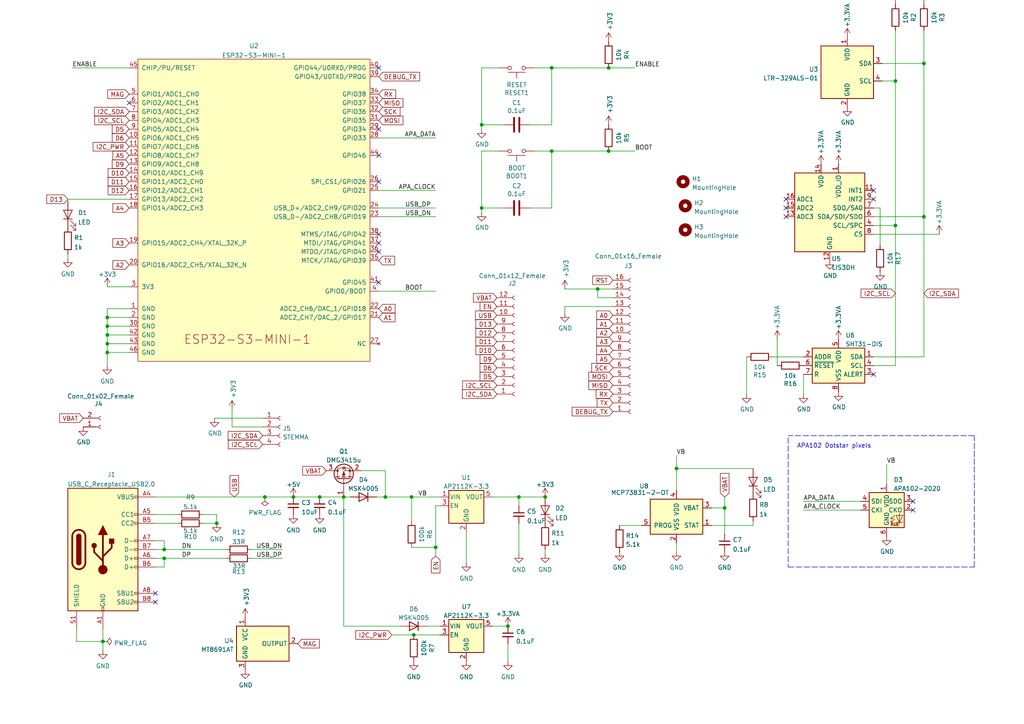
<source format=kicad_sch>
(kicad_sch (version 20211123) (generator eeschema)
  (paper "A4")
  (junction (at 47.625 159.385))
  (junction (at 119.38 144.145))
  (junction (at 92.71 144.145))
  (junction (at 259.715 23.495))
  (junction (at 111.76 144.145))
  (junction (at 196.215 135.89))
  (junction (at 139.7 36.195))
  (junction (at 31.115 97.155))
  (junction (at 31.115 102.235))
  (junction (at 76.835 144.145))
  (junction (at 147.32 181.61))
  (junction (at 160.02 19.685))
  (junction (at 150.495 144.145))
  (junction (at 158.115 144.145))
  (junction (at 267.97 62.865))
  (junction (at 29.845 186.055))
  (junction (at 31.115 94.615))
  (junction (at 47.625 161.925))
  (junction (at 176.53 43.815))
  (junction (at 259.715 65.405))
  (junction (at 85.09 144.145))
  (junction (at 31.115 92.075))
  (junction (at 120.015 184.15))
  (junction (at 31.115 99.695))
  (junction (at 62.865 151.765))
  (junction (at 99.695 144.145))
  (junction (at 126.365 158.75))
  (junction (at 139.7 60.325))
  (junction (at 160.02 43.815))
  (junction (at 176.53 19.685))
  (junction (at 210.185 147.32))
  (junction (at 173.355 83.82))
  (junction (at 267.97 18.415))
  (no_connect (at 45.085 174.625))
  (no_connect (at 109.855 19.685))
  (no_connect (at 109.855 37.465))
  (no_connect (at 109.855 45.085))
  (no_connect (at 109.855 67.945))
  (no_connect (at 109.855 70.485))
  (no_connect (at 109.855 73.025))
  (no_connect (at 109.855 81.915))
  (no_connect (at 253.365 108.585))
  (no_connect (at 45.085 172.085))
  (no_connect (at 37.465 29.845))
  (no_connect (at 109.855 52.705))
  (no_connect (at 264.795 145.415))
  (no_connect (at 264.795 147.955))
  (no_connect (at 227.965 60.325))
  (no_connect (at 227.965 62.865))
  (no_connect (at 253.365 57.785))
  (no_connect (at 227.965 57.785))
  (no_connect (at 253.365 55.245))
  (wire (pts (xy 59.055 149.225) (xy 62.865 149.225)))
  (polyline (pts (xy 228.6 164.465) (xy 282.575 164.465)))
  (wire (pts (xy 45.085 164.465) (xy 47.625 164.465)))
  (wire (pts (xy 224.155 103.505) (xy 233.045 103.505)))
  (wire (pts (xy 119.38 144.145) (xy 119.38 151.13)))
  (wire (pts (xy 153.67 60.325) (xy 160.02 60.325)))
  (wire (pts (xy 253.365 60.325) (xy 255.27 60.325)))
  (wire (pts (xy 62.23 121.285) (xy 76.2 121.285)))
  (wire (pts (xy 19.685 57.785) (xy 19.685 58.42)))
  (wire (pts (xy 111.76 136.525) (xy 111.76 144.145)))
  (wire (pts (xy 85.09 144.145) (xy 92.71 144.145)))
  (wire (pts (xy 206.375 147.32) (xy 210.185 147.32)))
  (wire (pts (xy 99.695 181.61) (xy 99.695 144.145)))
  (wire (pts (xy 139.7 36.195) (xy 139.7 19.685)))
  (wire (pts (xy 139.7 19.685) (xy 144.78 19.685)))
  (wire (pts (xy 47.625 159.385) (xy 65.405 159.385)))
  (wire (pts (xy 45.085 144.145) (xy 76.835 144.145)))
  (wire (pts (xy 45.085 149.225) (xy 51.435 149.225)))
  (wire (pts (xy 47.625 159.385) (xy 45.085 159.385)))
  (wire (pts (xy 196.215 135.89) (xy 196.215 142.24)))
  (wire (pts (xy 139.7 60.325) (xy 139.7 61.595)))
  (wire (pts (xy 177.8 86.36) (xy 173.355 86.36)))
  (wire (pts (xy 259.715 8.89) (xy 259.715 23.495)))
  (wire (pts (xy 196.215 135.89) (xy 218.44 135.89)))
  (wire (pts (xy 22.225 186.055) (xy 29.845 186.055)))
  (wire (pts (xy 163.83 83.82) (xy 173.355 83.82)))
  (wire (pts (xy 196.215 132.08) (xy 196.215 135.89)))
  (polyline (pts (xy 282.575 164.465) (xy 282.575 126.365)))
  (wire (pts (xy 253.365 67.945) (xy 272.415 67.945)))
  (wire (pts (xy 47.625 156.845) (xy 47.625 159.385)))
  (wire (pts (xy 267.97 18.415) (xy 267.97 8.89)))
  (wire (pts (xy 99.695 144.145) (xy 101.6 144.145)))
  (wire (pts (xy 20.955 19.685) (xy 37.465 19.685)))
  (wire (pts (xy 176.53 19.685) (xy 184.15 19.685)))
  (wire (pts (xy 233.045 147.955) (xy 249.555 147.955)))
  (wire (pts (xy 31.115 94.615) (xy 37.465 94.615)))
  (wire (pts (xy 37.465 57.785) (xy 19.685 57.785)))
  (wire (pts (xy 253.365 65.405) (xy 259.715 65.405)))
  (wire (pts (xy 142.875 181.61) (xy 147.32 181.61)))
  (wire (pts (xy 127.635 146.685) (xy 126.365 146.685)))
  (wire (pts (xy 76.835 144.145) (xy 85.09 144.145)))
  (wire (pts (xy 233.045 145.415) (xy 249.555 145.415)))
  (wire (pts (xy 126.365 146.685) (xy 126.365 158.75)))
  (wire (pts (xy 158.115 160.655) (xy 158.115 159.385)))
  (wire (pts (xy 173.355 86.36) (xy 173.355 83.82)))
  (wire (pts (xy 255.27 60.325) (xy 255.27 71.12)))
  (wire (pts (xy 253.365 103.505) (xy 267.97 103.505)))
  (wire (pts (xy 126.365 40.005) (xy 109.855 40.005)))
  (wire (pts (xy 253.365 106.045) (xy 259.715 106.045)))
  (wire (pts (xy 31.115 89.535) (xy 37.465 89.535)))
  (wire (pts (xy 31.115 92.075) (xy 31.115 89.535)))
  (wire (pts (xy 31.115 94.615) (xy 31.115 92.075)))
  (wire (pts (xy 31.115 97.155) (xy 31.115 94.615)))
  (wire (pts (xy 31.115 99.695) (xy 31.115 97.155)))
  (wire (pts (xy 31.115 102.235) (xy 31.115 99.695)))
  (wire (pts (xy 31.115 106.045) (xy 31.115 102.235)))
  (wire (pts (xy 109.855 60.325) (xy 126.365 60.325)))
  (wire (pts (xy 233.045 108.585) (xy 233.045 114.3)))
  (wire (pts (xy 116.205 181.61) (xy 99.695 181.61)))
  (wire (pts (xy 135.255 163.195) (xy 135.255 154.305)))
  (wire (pts (xy 142.875 144.145) (xy 150.495 144.145)))
  (wire (pts (xy 150.495 144.145) (xy 158.115 144.145)))
  (wire (pts (xy 109.22 144.145) (xy 111.76 144.145)))
  (wire (pts (xy 196.215 157.48) (xy 196.215 160.02)))
  (wire (pts (xy 150.495 146.685) (xy 150.495 144.145)))
  (wire (pts (xy 259.715 65.405) (xy 259.715 106.045)))
  (wire (pts (xy 126.365 158.75) (xy 126.365 161.29)))
  (wire (pts (xy 47.625 161.925) (xy 45.085 161.925)))
  (wire (pts (xy 73.025 161.925) (xy 81.915 161.925)))
  (wire (pts (xy 163.83 88.9) (xy 163.83 90.805)))
  (wire (pts (xy 160.02 36.195) (xy 160.02 19.685)))
  (wire (pts (xy 139.7 60.325) (xy 139.7 43.815)))
  (wire (pts (xy 160.02 43.815) (xy 176.53 43.815)))
  (wire (pts (xy 19.685 74.93) (xy 19.685 73.66)))
  (wire (pts (xy 210.185 147.32) (xy 210.185 144.145)))
  (wire (pts (xy 267.97 18.415) (xy 267.97 62.865)))
  (wire (pts (xy 255.905 23.495) (xy 259.715 23.495)))
  (polyline (pts (xy 228.6 127) (xy 228.6 164.465)))
  (wire (pts (xy 22.225 182.245) (xy 22.225 186.055)))
  (wire (pts (xy 257.175 134.62) (xy 257.175 140.335)))
  (wire (pts (xy 160.02 19.685) (xy 176.53 19.685)))
  (polyline (pts (xy 282.575 126.365) (xy 228.6 126.365)))
  (wire (pts (xy 218.44 152.4) (xy 218.44 151.13)))
  (wire (pts (xy 267.97 62.865) (xy 267.97 103.505)))
  (wire (pts (xy 177.8 88.9) (xy 163.83 88.9)))
  (wire (pts (xy 31.115 102.235) (xy 37.465 102.235)))
  (wire (pts (xy 109.855 62.865) (xy 126.365 62.865)))
  (wire (pts (xy 104.775 136.525) (xy 111.76 136.525)))
  (wire (pts (xy 176.53 43.815) (xy 184.15 43.815)))
  (wire (pts (xy 139.7 36.195) (xy 139.7 37.465)))
  (wire (pts (xy 154.94 43.815) (xy 160.02 43.815)))
  (wire (pts (xy 73.025 159.385) (xy 81.915 159.385)))
  (wire (pts (xy 210.185 147.32) (xy 210.185 154.94)))
  (wire (pts (xy 146.05 36.195) (xy 139.7 36.195)))
  (wire (pts (xy 45.085 156.845) (xy 47.625 156.845)))
  (wire (pts (xy 150.495 160.655) (xy 150.495 151.765)))
  (wire (pts (xy 179.705 152.4) (xy 186.055 152.4)))
  (wire (pts (xy 67.31 118.745) (xy 67.31 123.825)))
  (wire (pts (xy 67.31 123.825) (xy 76.2 123.825)))
  (wire (pts (xy 111.76 144.145) (xy 119.38 144.145)))
  (wire (pts (xy 147.32 191.77) (xy 147.32 186.69)))
  (wire (pts (xy 206.375 152.4) (xy 218.44 152.4)))
  (wire (pts (xy 120.015 184.15) (xy 127.635 184.15)))
  (wire (pts (xy 113.665 184.15) (xy 120.015 184.15)))
  (wire (pts (xy 259.715 23.495) (xy 259.715 65.405)))
  (wire (pts (xy 123.825 181.61) (xy 127.635 181.61)))
  (wire (pts (xy 153.67 36.195) (xy 160.02 36.195)))
  (wire (pts (xy 45.085 151.765) (xy 51.435 151.765)))
  (wire (pts (xy 59.055 151.765) (xy 62.865 151.765)))
  (wire (pts (xy 62.865 149.225) (xy 62.865 151.765)))
  (wire (pts (xy 216.535 103.505) (xy 216.535 114.3)))
  (wire (pts (xy 126.365 55.245) (xy 109.855 55.245)))
  (wire (pts (xy 146.05 60.325) (xy 139.7 60.325)))
  (wire (pts (xy 119.38 158.75) (xy 126.365 158.75)))
  (wire (pts (xy 92.71 144.145) (xy 99.695 144.145)))
  (wire (pts (xy 31.115 97.155) (xy 37.465 97.155)))
  (wire (pts (xy 253.365 62.865) (xy 267.97 62.865)))
  (wire (pts (xy 31.115 99.695) (xy 37.465 99.695)))
  (wire (pts (xy 154.94 19.685) (xy 160.02 19.685)))
  (wire (pts (xy 109.855 84.455) (xy 126.365 84.455)))
  (wire (pts (xy 225.425 98.425) (xy 225.425 106.045)))
  (wire (pts (xy 139.7 43.815) (xy 144.78 43.815)))
  (wire (pts (xy 255.905 18.415) (xy 267.97 18.415)))
  (wire (pts (xy 29.845 186.055) (xy 29.845 188.595)))
  (wire (pts (xy 119.38 144.145) (xy 127.635 144.145)))
  (wire (pts (xy 173.355 83.82) (xy 177.8 83.82)))
  (wire (pts (xy 31.115 83.185) (xy 37.465 83.185)))
  (wire (pts (xy 160.02 60.325) (xy 160.02 43.815)))
  (wire (pts (xy 47.625 164.465) (xy 47.625 161.925)))
  (wire (pts (xy 29.845 182.245) (xy 29.845 186.055)))
  (wire (pts (xy 31.115 92.075) (xy 37.465 92.075)))
  (wire (pts (xy 47.625 161.925) (xy 65.405 161.925)))
  (text "APA102 Dotstar pixels" (at 231.14 130.175 0) (effects (font (size 1.27 1.27)) (justify left bottom)))
  (label "BOOT" (at 184.15 43.815 0))
  (label "USB_DN" (at 74.295 159.385 0))
  (label "BOOT" (at 117.475 84.455 0))
  (label "ENABLE" (at 20.955 19.685 0))
  (label "ENABLE" (at 184.15 19.685 0))
  (label "DN" (at 52.705 159.385 0))
  (label "USB_DP" (at 74.295 161.925 0))
  (label "DP" (at 52.705 161.925 0))
  (label "VB" (at 196.215 132.08 0))
  (label "APA_CLOCK" (at 126.365 55.245 180))
  (label "USB_DN" (at 117.475 62.865 0))
  (label "USB_DP" (at 117.475 60.325 0))
  (label "APA_CLOCK" (at 233.045 147.955 0))
  (label "VB" (at 121.285 144.145 0))
  (label "VB" (at 257.175 134.62 0))
  (label "APA_DATA" (at 126.365 40.005 180))
  (label "APA_DATA" (at 233.045 145.415 0))
  (global_label "D5" (shape input) (at 37.465 37.465 180) (property "Intersheet References" "${INTERSHEET_REFS}" (effects hide)))
  (global_label "MISO" (shape input) (at 109.855 29.845 0) (property "Intersheet References" "${INTERSHEET_REFS}" (effects hide)))
  (global_label "I2C_SDA" (shape input) (at 76.2 126.365 180) (property "Intersheet References" "${INTERSHEET_REFS}" (effects hide)))
  (global_label "A1" (shape input) (at 177.8 93.98 180) (property "Intersheet References" "${INTERSHEET_REFS}" (effects hide)))
  (global_label "RX" (shape input) (at 109.855 27.305 0) (property "Intersheet References" "${INTERSHEET_REFS}" (effects hide)))
  (global_label "MOSI" (shape input) (at 177.8 109.22 180) (property "Intersheet References" "${INTERSHEET_REFS}" (effects hide)))
  (global_label "TX" (shape input) (at 109.855 75.565 0) (property "Intersheet References" "${INTERSHEET_REFS}" (effects hide)))
  (global_label "D6" (shape input) (at 37.465 40.005 180) (property "Intersheet References" "${INTERSHEET_REFS}" (effects hide)))
  (global_label "MOSI" (shape input) (at 109.855 34.925 0) (property "Intersheet References" "${INTERSHEET_REFS}" (effects hide)))
  (global_label "D5" (shape input) (at 144.145 109.22 180) (property "Intersheet References" "${INTERSHEET_REFS}" (effects hide)))
  (global_label "I2C_SCL" (shape input) (at 37.465 34.925 180) (property "Intersheet References" "${INTERSHEET_REFS}" (effects hide)))
  (global_label "VBAT" (shape input) (at 24.13 121.285 180) (property "Intersheet References" "${INTERSHEET_REFS}" (effects hide)))
  (global_label "A2" (shape input) (at 37.465 76.835 180) (property "Intersheet References" "${INTERSHEET_REFS}" (effects hide)))
  (global_label "I2C_SDA" (shape input) (at 267.97 85.09 0) (property "Intersheet References" "${INTERSHEET_REFS}" (effects hide)))
  (global_label "D10" (shape input) (at 144.145 101.6 180) (property "Intersheet References" "${INTERSHEET_REFS}" (effects hide)))
  (global_label "A0" (shape input) (at 177.8 91.44 180) (property "Intersheet References" "${INTERSHEET_REFS}" (effects hide)))
  (global_label "I2C_SCL" (shape input) (at 144.145 111.76 180) (property "Intersheet References" "${INTERSHEET_REFS}" (effects hide)))
  (global_label "A5" (shape input) (at 37.465 45.085 180) (property "Intersheet References" "${INTERSHEET_REFS}" (effects hide)))
  (global_label "A3" (shape input) (at 37.465 70.485 180) (property "Intersheet References" "${INTERSHEET_REFS}" (effects hide)))
  (global_label "D13" (shape input) (at 144.145 93.98 180) (property "Intersheet References" "${INTERSHEET_REFS}" (effects hide)))
  (global_label "A5" (shape input) (at 177.8 104.14 180) (property "Intersheet References" "${INTERSHEET_REFS}" (effects hide)))
  (global_label "D12" (shape input) (at 37.465 55.245 180) (property "Intersheet References" "${INTERSHEET_REFS}" (effects hide)))
  (global_label "RX" (shape input) (at 177.8 114.3 180) (property "Intersheet References" "${INTERSHEET_REFS}" (effects hide)))
  (global_label "A4" (shape input) (at 37.465 60.325 180) (property "Intersheet References" "${INTERSHEET_REFS}" (effects hide)))
  (global_label "DEBUG_TX" (shape input) (at 109.855 22.225 0) (property "Intersheet References" "${INTERSHEET_REFS}" (effects hide)))
  (global_label "A2" (shape input) (at 177.8 96.52 180) (property "Intersheet References" "${INTERSHEET_REFS}" (effects hide)))
  (global_label "EN" (shape input) (at 126.365 161.29 270) (property "Intersheet References" "${INTERSHEET_REFS}" (effects hide)))
  (global_label "D10" (shape input) (at 37.465 50.165 180) (property "Intersheet References" "${INTERSHEET_REFS}" (effects hide)))
  (global_label "VBAT" (shape input) (at 144.145 86.36 180) (property "Intersheet References" "${INTERSHEET_REFS}" (effects hide)))
  (global_label "A0" (shape input) (at 109.855 89.535 0) (property "Intersheet References" "${INTERSHEET_REFS}" (effects hide)))
  (global_label "RST" (shape input) (at 177.8 81.28 180) (property "Intersheet References" "${INTERSHEET_REFS}" (effects hide)))
  (global_label "I2C_SDA" (shape input) (at 37.465 32.385 180) (property "Intersheet References" "${INTERSHEET_REFS}" (effects hide)))
  (global_label "D12" (shape input) (at 144.145 96.52 180) (property "Intersheet References" "${INTERSHEET_REFS}" (effects hide)))
  (global_label "D11" (shape input) (at 144.145 99.06 180) (property "Intersheet References" "${INTERSHEET_REFS}" (effects hide)))
  (global_label "D9" (shape input) (at 37.465 47.625 180) (property "Intersheet References" "${INTERSHEET_REFS}" (effects hide)))
  (global_label "D6" (shape input) (at 144.145 106.68 180) (property "Intersheet References" "${INTERSHEET_REFS}" (effects hide)))
  (global_label "I2C_PWR" (shape input) (at 37.465 42.545 180) (property "Intersheet References" "${INTERSHEET_REFS}" (effects hide)))
  (global_label "USB" (shape input) (at 144.145 91.44 180) (property "Intersheet References" "${INTERSHEET_REFS}" (effects hide)))
  (global_label "I2C_PWR" (shape input) (at 113.665 184.15 180) (property "Intersheet References" "${INTERSHEET_REFS}" (effects hide)))
  (global_label "A3" (shape input) (at 177.8 99.06 180) (property "Intersheet References" "${INTERSHEET_REFS}" (effects hide)))
  (global_label "I2C_SCL" (shape input) (at 76.2 128.905 180) (property "Intersheet References" "${INTERSHEET_REFS}" (effects hide)))
  (global_label "VBAT" (shape input) (at 210.185 144.145 90) (property "Intersheet References" "${INTERSHEET_REFS}" (effects hide)))
  (global_label "EN" (shape input) (at 144.145 88.9 180) (property "Intersheet References" "${INTERSHEET_REFS}" (effects hide)))
  (global_label "SCK" (shape input) (at 109.855 32.385 0) (property "Intersheet References" "${INTERSHEET_REFS}" (effects hide)))
  (global_label "D11" (shape input) (at 37.465 52.705 180) (property "Intersheet References" "${INTERSHEET_REFS}" (effects hide)))
  (global_label "D9" (shape input) (at 144.145 104.14 180) (property "Intersheet References" "${INTERSHEET_REFS}" (effects hide)))
  (global_label "SCK" (shape input) (at 177.8 106.68 180) (property "Intersheet References" "${INTERSHEET_REFS}" (effects hide)))
  (global_label "MAG" (shape input) (at 86.36 186.69 0) (property "Intersheet References" "${INTERSHEET_REFS}" (effects hide)))
  (global_label "DEBUG_TX" (shape input) (at 177.8 119.38 180) (property "Intersheet References" "${INTERSHEET_REFS}" (effects hide)))
  (global_label "MISO" (shape input) (at 177.8 111.76 180) (property "Intersheet References" "${INTERSHEET_REFS}" (effects hide)))
  (global_label "MAG" (shape input) (at 37.465 27.305 180) (property "Intersheet References" "${INTERSHEET_REFS}" (effects hide)))
  (global_label "TX" (shape input) (at 177.8 116.84 180) (property "Intersheet References" "${INTERSHEET_REFS}" (effects hide)))
  (global_label "VBAT" (shape input) (at 94.615 136.525 180) (property "Intersheet References" "${INTERSHEET_REFS}" (effects hide)))
  (global_label "I2C_SCL" (shape input) (at 259.715 85.09 180) (property "Intersheet References" "${INTERSHEET_REFS}" (effects hide)))
  (global_label "D13" (shape input) (at 19.685 57.785 180) (property "Intersheet References" "${INTERSHEET_REFS}" (effects hide)))
  (global_label "A4" (shape input) (at 177.8 101.6 180) (property "Intersheet References" "${INTERSHEET_REFS}" (effects hide)))
  (global_label "I2C_SDA" (shape input) (at 144.145 114.3 180) (property "Intersheet References" "${INTERSHEET_REFS}" (effects hide)))
  (global_label "USB" (shape input) (at 67.945 144.145 90) (property "Intersheet References" "${INTERSHEET_REFS}" (effects hide)))
  (global_label "A1" (shape input) (at 109.855 92.075 0) (property "Intersheet References" "${INTERSHEET_REFS}" (effects hide)))
  (symbol (lib_id "power:+3.3VA") (at 147.32 181.61 0) (unit 1)
    (property "Reference" "#PWR0107" (effects hide))
    (property "Value" "+3.3VA" (at 147.32 178.0342 0))
  )
  (symbol (lib_id "power:GND") (at 150.495 160.655 0) (unit 1)
    (property "Reference" "#PWR017" (effects hide))
    (property "Value" "GND" (at 150.495 165.2174 0))
  )
  (symbol (lib_id "power:GND") (at 62.865 151.765 0) (unit 1)
    (property "Reference" "#PWR015" (effects hide))
    (property "Value" "GND" (at 62.865 156.3274 0))
  )
  (symbol (lib_id "Connector:Conn_01x12_Female") (at 149.225 101.6 0) (mirror x) (unit 1)
    (property "Reference" "J2" (at 148.59 82.203 0))
    (property "Value" "Conn_01x12_Female" (at 148.59 80.01 0))
    (property "Footprint" "Connector_PinHeader_2.54mm:PinHeader_1x12_P2.54mm_Vertical" (effects hide))
  )
  (symbol (lib_id "power:PWR_FLAG") (at 76.835 144.145 180) (unit 1)
    (property "Reference" "#FLG01" (effects hide))
    (property "Value" "PWR_FLAG" (at 76.835 148.7074 0))
  )
  (symbol (lib_id "Device:LED") (at 158.115 147.955 90) (unit 1)
    (property "Reference" "D2" (at 161.036 147.4274 90) (effects (justify right)))
    (property "Value" "LED" (at 161.036 150.2025 90) (effects (justify right)))
    (property "Footprint" "LED_SMD:LED_0402_1005Metric" (effects hide))
  )
  (symbol (lib_id "power:GND") (at 135.255 191.77 0) (unit 1)
    (property "Reference" "#PWR0108" (effects hide))
    (property "Value" "GND" (at 135.255 196.3324 0))
  )
  (symbol (lib_id "power:+3.3VA") (at 259.715 1.27 0) (unit 1)
    (property "Reference" "#PWR0118" (effects hide))
    (property "Value" "+3.3VA" (at 259.715 -5.08 90))
  )
  (symbol (lib_id "Device:R") (at 179.705 156.21 180) (unit 1)
    (property "Reference" "R14" (at 181.483 155.3753 0) (effects (justify right)))
    (property "Value" "5.1k" (at 181.483 157.9122 0) (effects (justify right)))
    (property "Footprint" "Resistor_SMD:R_0402_1005Metric" (effects hide))
  )
  (symbol (lib_id "Device:R") (at 69.215 159.385 90) (unit 1)
    (property "Reference" "R12" (at 69.215 154.4025 90))
    (property "Value" "33R" (at 69.215 157.1776 90))
    (property "Footprint" "Resistor_SMD:R_0402_1005Metric" (effects hide))
  )
  (symbol (lib_id "Mechanical:MountingHole") (at 168.275 -10.795 0) (unit 1)
    (property "Reference" "H4" (at 170.815 -11.6297 0) (effects (justify left)))
    (property "Value" "HK Logo" (at 170.815 -9.0928 0) (effects (justify left)))
    (property "Footprint" "feather:HK_engelsk-logo" (effects hide))
  )
  (symbol (lib_id "Espressif:ESP32-S2-MINI-1") (at 73.025 62.865 0) (unit 1)
    (property "Reference" "U2" (at 73.66 13.3055 0))
    (property "Value" "ESP32-S3-MINI-1" (at 73.66 16.0806 0))
    (property "Footprint" "Espressif:ESP32-S2-MINI-1" (effects hide))
    (property "Datasheet" "https://www.espressif.com/sites/default/files/documentation/esp32-s2-mini-1_esp32-s2-mini-1u_datasheet_en.pdf" (effects hide))
    (property "MFGR" "Espressif Systems" (effects hide))
    (property "MPN" "ESP32-S3-MINI-1-N8" (effects hide))
  )
  (symbol (lib_id "Sensor_Humidity:SHT31-DIS") (at 243.205 106.045 0) (unit 1)
    (property "Reference" "U6" (at 245.2244 97.2652 0) (effects (justify left)))
    (property "Value" "SHT31-DIS" (at 245.2244 99.8021 0) (effects (justify left)))
    (property "Footprint" "Sensor_Humidity:Sensirion_DFN-8-1EP_2.5x2.5mm_P0.5mm_EP1.1x1.7mm" (effects hide))
    (property "Datasheet" "https://www.sensirion.com/fileadmin/user_upload/customers/sensirion/Dokumente/2_Humidity_Sensors/Datasheets/Sensirion_Humidity_Sensors_SHT3x_Datasheet_digital.pdf" (effects hide))
    (property "MFGR" "Sensiron" (effects hide))
    (property "MPN" "SHT31-DIS" (effects hide))
  )
  (symbol (lib_id "power:GND") (at 19.685 74.93 0) (unit 1)
    (property "Reference" "#PWR0102" (effects hide))
    (property "Value" "GND" (at 19.685 79.4924 0))
  )
  (symbol (lib_id "power:GND") (at 147.32 191.77 0) (unit 1)
    (property "Reference" "#PWR0109" (effects hide))
    (property "Value" "GND" (at 147.32 196.3324 0))
  )
  (symbol (lib_id "Sensor_Magnetic:SM351LT") (at 76.2 186.69 0) (unit 1)
    (property "Reference" "U4" (at 67.818 185.8553 0) (effects (justify right)))
    (property "Value" "MT8691AT" (at 67.818 188.3922 0) (effects (justify right)))
    (property "Footprint" "Package_TO_SOT_SMD:SOT-23" (effects hide))
    (property "Datasheet" "https://sensing.honeywell.com/honeywell-sensing-nanopower-series-product-sheet-50095501-a-en.pdf" (effects hide))
    (property "MPN" "MT8691AT" (effects hide))
    (property "MFGR" "Honeywell" (effects hide))
  )
  (symbol (lib_id "power:+3.3VA") (at 243.205 98.425 0) (unit 1)
    (property "Reference" "#PWR0112" (effects hide))
    (property "Value" "+3.3VA" (at 243.205 92.075 90))
  )
  (symbol (lib_id "power:+3V3") (at 71.12 179.07 0) (unit 1)
    (property "Reference" "#PWR0116" (effects hide))
    (property "Value" "+3V3" (at 71.501 175.8188 90) (effects (justify left)))
  )
  (symbol (lib_id "Device:R") (at 176.53 15.875 180) (unit 1)
    (property "Reference" "R4" (at 181.7878 15.875 90))
    (property "Value" "10k" (at 179.4764 15.875 90))
    (property "Footprint" "Resistor_SMD:R_0402_1005Metric" (effects hide))
    (property "MFGR" "Stackpole" (effects hide))
    (property "MPN" "RMCF0603JG10K0" (effects hide))
  )
  (symbol (lib_id "power:GND") (at 139.7 37.465 0) (unit 1)
    (property "Reference" "#PWR06" (effects hide))
    (property "Value" "GND" (at 139.827 41.8592 0))
  )
  (symbol (lib_id "Battery_Management:MCP73831-2-OT") (at 196.215 149.86 0) (unit 1)
    (property "Reference" "U8" (at 185.42 140.97 0) (effects (justify left)))
    (property "Value" "MCP73831-2-OT" (at 177.165 142.875 0) (effects (justify left)))
    (property "Footprint" "Package_TO_SOT_SMD:SOT-23-5" (effects hide))
    (property "Datasheet" "http://ww1.microchip.com/downloads/en/DeviceDoc/20001984g.pdf" (effects hide))
    (property "MFGR" "Microchip Technology" (effects hide))
    (property "MPN" "MCP73831T-4ADI/OT" (effects hide))
  )
  (symbol (lib_id "Device:C") (at 149.86 36.195 270) (unit 1)
    (property "Reference" "C1" (at 149.86 29.7942 90))
    (property "Value" "0.1uF" (at 149.86 32.1056 90))
    (property "Footprint" "Capacitor_SMD:C_0402_1005Metric" (effects hide))
    (property "MFGR" "Samsung" (effects hide))
    (property "MPN" "CL10B104KO8NFNC" (effects hide))
  )
  (symbol (lib_id "Device:R") (at 218.44 147.32 180) (unit 1)
    (property "Reference" "R8" (at 220.218 146.4115 0) (effects (justify right)))
    (property "Value" "1k" (at 220.218 149.1866 0) (effects (justify right)))
    (property "Footprint" "Resistor_SMD:R_0402_1005Metric" (effects hide))
  )
  (symbol (lib_id "power:+3V3") (at 176.53 36.195 0) (unit 1)
    (property "Reference" "#PWR05" (effects hide))
    (property "Value" "+3V3" (at 176.911 32.9438 90) (effects (justify left)))
  )
  (symbol (lib_id "Device:R") (at 120.015 187.96 180) (unit 1)
    (property "Reference" "R7" (at 125.2728 187.96 90))
    (property "Value" "100k" (at 122.9614 187.96 90))
    (property "Footprint" "Resistor_SMD:R_0402_1005Metric" (effects hide))
  )
  (symbol (lib_id "power:GND") (at 243.205 113.665 0) (unit 1)
    (property "Reference" "#PWR0111" (effects hide))
    (property "Value" "GND" (at 243.332 118.0592 0))
  )
  (symbol (lib_id "Connector:Conn_01x04_Female") (at 81.28 123.825 0) (unit 1)
    (property "Reference" "J5" (at 81.9912 124.2603 0) (effects (justify left)))
    (property "Value" "STEMMA" (at 81.9912 126.7972 0) (effects (justify left)))
    (property "Footprint" "Connector_JST:JST_SH_BM04B-SRSS-TB_1x04-1MP_P1.00mm_Vertical" (effects hide))
  )
  (symbol (lib_id "Mechanical:MountingHole") (at 198.755 66.675 0) (unit 1)
    (property "Reference" "H3" (at 201.295 65.8403 0) (effects (justify left)))
    (property "Value" "MountingHole" (at 201.295 68.3772 0) (effects (justify left)))
    (property "Footprint" "USB-C-Power-tester:MountingHole_2.0mm_NoPad" (effects hide))
  )
  (symbol (lib_id "power:GND") (at 233.045 114.3 0) (unit 1)
    (property "Reference" "#PWR0130" (effects hide))
    (property "Value" "GND" (at 233.172 118.6942 0))
  )
  (symbol (lib_id "Device:C") (at 149.86 60.325 270) (unit 1)
    (property "Reference" "C2" (at 149.86 53.9242 90))
    (property "Value" "0.1uF" (at 149.86 56.2356 90))
    (property "Footprint" "Capacitor_SMD:C_0402_1005Metric" (effects hide))
    (property "MFGR" "Samsung" (effects hide))
    (property "MPN" "CL10B104KO8NFNC" (effects hide))
  )
  (symbol (lib_id "power:GND") (at 71.12 194.31 0) (unit 1)
    (property "Reference" "#PWR0117" (effects hide))
    (property "Value" "GND" (at 71.247 198.7042 0))
  )
  (symbol (lib_id "power:GND") (at 85.09 149.225 0) (unit 1)
    (property "Reference" "#PWR013" (effects hide))
    (property "Value" "GND" (at 85.09 153.7874 0))
  )
  (symbol (lib_id "Regulator_Linear:AP2112K-3.3") (at 135.255 146.685 0) (unit 1)
    (property "Reference" "U1" (at 135.255 138.5402 0))
    (property "Value" "AP2112K-3.3" (at 135.255 141.0771 0))
    (property "Footprint" "Package_TO_SOT_SMD:SOT-23-5" (effects hide))
    (property "Datasheet" "https://www.diodes.com/assets/Datasheets/AP2112.pdf" (effects hide))
    (property "MFGR" "Diodes Incorporated" (effects hide))
    (property "MPN" "AP2112K-3.3TRG1" (effects hide))
  )
  (symbol (lib_id "Device:C_Small") (at 210.185 157.48 0) (unit 1)
    (property "Reference" "C7" (at 212.5091 156.5715 0) (effects (justify left)))
    (property "Value" "0.1uF" (at 212.5091 159.3466 0) (effects (justify left)))
    (property "Footprint" "Capacitor_SMD:C_0402_1005Metric" (effects hide))
  )
  (symbol (lib_id "LED:APA102-2020") (at 257.175 147.955 0) (unit 1)
    (property "Reference" "D3" (at 259.1944 139.1752 0) (effects (justify left)))
    (property "Value" "APA102-2020" (at 259.1944 141.7121 0) (effects (justify left)))
    (property "Footprint" "LED_SMD:LED-APA102-2020" (effects hide))
    (property "Datasheet" "http://www.led-color.com/upload/202210/LC8822-2020-6%20EN.pdf" (effects hide))
    (property "MFGR" "Shenzhen LED Color Co.,LTD" (effects hide))
    (property "MPN" "LC8822-2020-6" (effects hide))
  )
  (symbol (lib_id "power:+3.3VA") (at 225.425 98.425 0) (unit 1)
    (property "Reference" "#PWR0128" (effects hide))
    (property "Value" "+3.3VA" (at 225.425 92.075 90))
  )
  (symbol (lib_id "power:GND") (at 245.745 31.115 0) (unit 1)
    (property "Reference" "#PWR0122" (effects hide))
    (property "Value" "GND" (at 245.872 35.5092 0))
  )
  (symbol (lib_id "Device:LED") (at 19.685 62.23 90) (unit 1)
    (property "Reference" "D1" (at 22.606 61.7024 90) (effects (justify right)))
    (property "Value" "LED" (at 22.606 64.4775 90) (effects (justify right)))
    (property "Footprint" "LED_SMD:LED_0402_1005Metric" (effects hide))
  )
  (symbol (lib_id "Device:C_Small") (at 147.32 184.15 0) (unit 1)
    (property "Reference" "C6" (at 149.6441 183.2415 0) (effects (justify left)))
    (property "Value" "0.1uF" (at 149.6441 186.0166 0) (effects (justify left)))
    (property "Footprint" "Capacitor_SMD:C_0402_1005Metric" (effects hide))
  )
  (symbol (lib_id "power:+3.3VA") (at 267.97 1.27 0) (unit 1)
    (property "Reference" "#PWR0119" (effects hide))
    (property "Value" "+3.3VA" (at 267.97 -5.08 90))
  )
  (symbol (lib_id "Device:R") (at 19.685 69.85 180) (unit 1)
    (property "Reference" "R1" (at 21.463 68.9415 0) (effects (justify right)))
    (property "Value" "1k" (at 21.463 71.7166 0) (effects (justify right)))
    (property "Footprint" "Resistor_SMD:R_0402_1005Metric" (effects hide))
  )
  (symbol (lib_id "power:GND") (at 135.255 163.195 0) (unit 1)
    (property "Reference" "#PWR0101" (effects hide))
    (property "Value" "GND" (at 135.255 167.7574 0))
  )
  (symbol (lib_id "Device:R") (at 259.715 5.08 180) (unit 1)
    (property "Reference" "R2" (at 264.9728 5.08 90))
    (property "Value" "10k" (at 262.6614 5.08 90))
    (property "Footprint" "Resistor_SMD:R_0402_1005Metric" (effects hide))
    (property "MFGR" "Stackpole" (effects hide))
    (property "MPN" "RMCF0603JG10K0" (effects hide))
  )
  (symbol (lib_id "Device:C_Small") (at 92.71 146.685 0) (unit 1)
    (property "Reference" "C4" (at 95.0341 145.7765 0) (effects (justify left)))
    (property "Value" "0.1uF" (at 95.0341 148.5516 0) (effects (justify left)))
    (property "Footprint" "Capacitor_SMD:C_0402_1005Metric" (effects hide))
  )
  (symbol (lib_id "power:+5V") (at 85.09 144.145 0) (unit 1)
    (property "Reference" "#PWR011" (effects hide))
    (property "Value" "+5V" (at 85.09 140.5405 0))
  )
  (symbol (lib_id "power:GND") (at 139.7 61.595 0) (unit 1)
    (property "Reference" "#PWR08" (effects hide))
    (property "Value" "GND" (at 139.827 65.9892 0))
  )
  (symbol (lib_id "power:GND") (at 216.535 114.3 0) (unit 1)
    (property "Reference" "#PWR0129" (effects hide))
    (property "Value" "GND" (at 216.662 118.6942 0))
  )
  (symbol (lib_id "Transistor_FET:DMG2301L") (at 99.695 139.065 90) (unit 1)
    (property "Reference" "Q1" (at 99.695 130.9202 90))
    (property "Value" "DMG3415u" (at 99.695 133.4571 90))
    (property "Footprint" "Package_TO_SOT_SMD:SOT-23" (effects hide))
    (property "Datasheet" "https://www.diodes.com/assets/Datasheets/DMG2301L.pdf" (effects hide))
    (property "MFGR" "Diodes Incorporated" (effects hide))
    (property "MPN" "DMG3415U-7" (effects hide))
  )
  (symbol (lib_id "power:+3.3VA") (at 245.745 10.795 0) (unit 1)
    (property "Reference" "#PWR0121" (effects hide))
    (property "Value" "+3.3VA" (at 245.745 4.445 90))
  )
  (symbol (lib_id "power:+3.3VA") (at 238.125 47.625 0) (unit 1)
    (property "Reference" "#PWR0115" (effects hide))
    (property "Value" "+3.3VA" (at 238.125 41.275 90))
  )
  (symbol (lib_id "Device:R") (at 55.245 149.225 90) (unit 1)
    (property "Reference" "R9" (at 55.245 144.2425 90))
    (property "Value" "5.1k" (at 55.245 147.0176 90))
    (property "Footprint" "Resistor_SMD:R_0402_1005Metric" (effects hide))
  )
  (symbol (lib_id "power:GND") (at 196.215 160.02 0) (unit 1)
    (property "Reference" "#PWR0126" (effects hide))
    (property "Value" "GND" (at 196.215 164.5824 0))
  )
  (symbol (lib_id "Connector:Conn_01x02_Female") (at 29.21 123.825 0) (mirror x) (unit 1)
    (property "Reference" "J4" (at 28.575 117.128 0))
    (property "Value" "Conn_01x02_Female" (at 29.21 114.935 0))
    (property "Footprint" "Connector_JST:JST_PH_B2B-PH-SM4-TB_1x02-1MP_P2.00mm_Vertical" (effects hide))
  )
  (symbol (lib_id "power:+3V3") (at 163.83 83.82 0) (unit 1)
    (property "Reference" "#PWR0105" (effects hide))
    (property "Value" "+3V3" (at 164.211 80.5688 90) (effects (justify left)))
  )
  (symbol (lib_id "power:+3V3") (at 67.31 118.745 0) (unit 1)
    (property "Reference" "#PWR0131" (effects hide))
    (property "Value" "+3V3" (at 67.691 115.4938 90) (effects (justify left)))
  )
  (symbol (lib_id "power:GND") (at 257.175 155.575 0) (unit 1)
    (property "Reference" "#PWR0104" (effects hide))
    (property "Value" "GND" (at 257.302 159.9692 0))
  )
  (symbol (lib_id "power:+3V3") (at 176.53 12.065 0) (unit 1)
    (property "Reference" "#PWR04" (effects hide))
    (property "Value" "+3V3" (at 176.911 8.8138 90) (effects (justify left)))
  )
  (symbol (lib_id "power:+3.3VA") (at 243.205 47.625 0) (unit 1)
    (property "Reference" "#PWR0114" (effects hide))
    (property "Value" "+3.3VA" (at 243.205 41.275 90))
  )
  (symbol (lib_id "Switch:SW_Push") (at 149.86 19.685 180) (unit 1)
    (property "Reference" "RESET1" (at 149.86 26.924 0))
    (property "Value" "RESET" (at 149.86 24.6126 0))
    (property "Footprint" "Button_Switch_SMD:SW_Push_1P1T_NO_CK_KMR2" (effects hide))
    (property "MFGR" "C&K" (effects hide))
    (property "MPN" "KMR241GLFS" (effects hide))
  )
  (symbol (lib_id "power:+3V3") (at 31.115 83.185 0) (unit 1)
    (property "Reference" "#PWR07" (effects hide))
    (property "Value" "+3V3" (at 31.115 79.5805 0))
  )
  (symbol (lib_id "power:PWR_FLAG") (at 29.845 186.055 270) (unit 1)
    (property "Reference" "#FLG02" (effects hide))
    (property "Value" "PWR_FLAG" (at 33.02 186.534 90) (effects (justify left)))
  )
  (symbol (lib_id "Device:R") (at 229.235 106.045 90) (unit 1)
    (property "Reference" "R16" (at 229.235 111.3028 90))
    (property "Value" "10k" (at 229.235 108.9914 90))
    (property "Footprint" "Resistor_SMD:R_0402_1005Metric" (effects hide))
    (property "MFGR" "Stackpole" (effects hide))
    (property "MPN" "RMCF0603JG10K0" (effects hide))
  )
  (symbol (lib_id "Mechanical:MountingHole") (at 198.12 52.705 0) (unit 1)
    (property "Reference" "H1" (at 200.66 51.8703 0) (effects (justify left)))
    (property "Value" "MountingHole" (at 200.66 54.4072 0) (effects (justify left)))
    (property "Footprint" "USB-C-Power-tester:MountingHole_2.5mm_Pad" (effects hide))
  )
  (symbol (lib_id "power:GND") (at 163.83 90.805 0) (unit 1)
    (property "Reference" "#PWR0106" (effects hide))
    (property "Value" "GND" (at 163.957 95.1992 0))
  )
  (symbol (lib_id "Device:D") (at 105.41 144.145 180) (unit 1)
    (property "Reference" "D4" (at 105.41 139.1752 0))
    (property "Value" "MSK4005" (at 105.41 141.7121 0))
    (property "Footprint" "Diode_SMD:D_SOD-523" (effects hide))
    (property "MPN" "MSK4005" (effects hide))
    (property "MFGR" "Shikues" (effects hide))
  )
  (symbol (lib_id "Device:R") (at 119.38 154.94 180) (unit 1)
    (property "Reference" "R6" (at 124.6378 154.94 90))
    (property "Value" "100k" (at 122.3264 154.94 90))
    (property "Footprint" "Resistor_SMD:R_0402_1005Metric" (effects hide))
  )
  (symbol (lib_id "power:+3V3") (at 158.115 144.145 0) (unit 1)
    (property "Reference" "#PWR012" (effects hide))
    (property "Value" "+3V3" (at 158.115 140.5405 0))
  )
  (symbol (lib_id "Connector:Conn_01x16_Female") (at 182.88 101.6 0) (mirror x) (unit 1)
    (property "Reference" "J3" (at 182.245 77.123 0))
    (property "Value" "Conn_01x16_Female" (at 182.245 74.295 0))
    (property "Footprint" "Connector_PinHeader_2.54mm:PinHeader_1x16_P2.54mm_Vertical" (effects hide))
  )
  (symbol (lib_id "Device:R") (at 176.53 40.005 180) (unit 1)
    (property "Reference" "R5" (at 181.7878 40.005 90))
    (property "Value" "10k" (at 179.4764 40.005 90))
    (property "Footprint" "Resistor_SMD:R_0402_1005Metric" (effects hide))
    (property "MFGR" "Stackpole" (effects hide))
    (property "MPN" "RMCF0603JG10K0" (effects hide))
  )
  (symbol (lib_id "power:GND") (at 240.665 75.565 0) (unit 1)
    (property "Reference" "#PWR0113" (effects hide))
    (property "Value" "GND" (at 240.792 79.9592 0))
  )
  (symbol (lib_id "Device:R") (at 255.27 74.93 180) (unit 1)
    (property "Reference" "R17" (at 260.5278 74.93 90))
    (property "Value" "10k" (at 258.2164 74.93 90))
    (property "Footprint" "Resistor_SMD:R_0402_1005Metric" (effects hide))
    (property "MFGR" "Stackpole" (effects hide))
    (property "MPN" "RMCF0603JG10K0" (effects hide))
  )
  (symbol (lib_id "power:GND") (at 62.23 121.285 0) (unit 1)
    (property "Reference" "#PWR0124" (effects hide))
    (property "Value" "GND" (at 62.357 125.6792 0))
  )
  (symbol (lib_id "power:GND") (at 92.71 149.225 0) (unit 1)
    (property "Reference" "#PWR014" (effects hide))
    (property "Value" "GND" (at 92.71 153.7874 0))
  )
  (symbol (lib_id "ToyTronics:LTR-329ALS-01") (at 245.745 20.955 0) (mirror y) (unit 1)
    (property "Reference" "U3" (at 237.3631 20.1203 0) (effects (justify left)))
    (property "Value" "LTR-329ALS-01" (at 237.3631 22.6572 0) (effects (justify left)))
    (property "Footprint" "ToyTronics:LTR-329ALS-01" (effects hide))
    (property "Datasheet" "https://no.mouser.com/datasheet/2/239/liteon_LTR-329ALS-01-1175539.pdf" (effects hide))
    (property "MFGR" "Lite-On" (effects hide))
    (property "MPN" "LTR-329ALS-01" (effects hide))
  )
  (symbol (lib_id "Device:D") (at 120.015 181.61 180) (unit 1)
    (property "Reference" "D6" (at 120.015 176.6402 0))
    (property "Value" "MSK4005" (at 120.015 179.1771 0))
    (property "Footprint" "Diode_SMD:D_SOD-523" (effects hide))
    (property "MPN" "MSK4005" (effects hide))
    (property "MFGR" "Shikues" (effects hide))
  )
  (symbol (lib_id "Device:C_Small") (at 150.495 149.225 0) (unit 1)
    (property "Reference" "C5" (at 152.8191 148.3165 0) (effects (justify left)))
    (property "Value" "0.1uF" (at 152.8191 151.0916 0) (effects (justify left)))
    (property "Footprint" "Capacitor_SMD:C_0402_1005Metric" (effects hide))
  )
  (symbol (lib_id "Device:R") (at 220.345 103.505 90) (unit 1)
    (property "Reference" "R15" (at 220.345 108.7628 90))
    (property "Value" "10k" (at 220.345 106.4514 90))
    (property "Footprint" "Resistor_SMD:R_0402_1005Metric" (effects hide))
    (property "MFGR" "Stackpole" (effects hide))
    (property "MPN" "RMCF0603JG10K0" (effects hide))
  )
  (symbol (lib_id "power:GND") (at 179.705 160.02 0) (unit 1)
    (property "Reference" "#PWR0125" (effects hide))
    (property "Value" "GND" (at 179.705 164.5824 0))
  )
  (symbol (lib_id "Regulator_Linear:AP2112K-3.3") (at 135.255 184.15 0) (unit 1)
    (property "Reference" "U7" (at 135.255 176.0052 0))
    (property "Value" "AP2112K-3.3" (at 135.255 178.5421 0))
    (property "Footprint" "Package_TO_SOT_SMD:SOT-23-5" (effects hide))
    (property "Datasheet" "https://www.diodes.com/assets/Datasheets/AP2112.pdf" (effects hide))
    (property "MFGR" "Diodes Incorporated" (effects hide))
    (property "MPN" "AP2112K-3.3TRG1" (effects hide))
  )
  (symbol (lib_id "Mechanical:MountingHole") (at 198.755 59.69 0) (unit 1)
    (property "Reference" "H2" (at 201.295 58.8553 0) (effects (justify left)))
    (property "Value" "MountingHole" (at 201.295 61.3922 0) (effects (justify left)))
    (property "Footprint" "USB-C-Power-tester:MountingHole_2.0mm_NoPad" (effects hide))
  )
  (symbol (lib_id "Device:LED") (at 218.44 139.7 90) (unit 1)
    (property "Reference" "D5" (at 221.361 139.1724 90) (effects (justify right)))
    (property "Value" "LED" (at 221.361 141.9475 90) (effects (justify right)))
    (property "Footprint" "LED_SMD:LED_0402_1005Metric" (effects hide))
  )
  (symbol (lib_id "power:GND") (at 210.185 160.02 0) (unit 1)
    (property "Reference" "#PWR0127" (effects hide))
    (property "Value" "GND" (at 210.185 164.5824 0))
  )
  (symbol (lib_id "Device:R") (at 267.97 5.08 180) (unit 1)
    (property "Reference" "R3" (at 273.2278 5.08 90))
    (property "Value" "10k" (at 270.9164 5.08 90))
    (property "Footprint" "Resistor_SMD:R_0402_1005Metric" (effects hide))
    (property "MFGR" "Stackpole" (effects hide))
    (property "MPN" "RMCF0603JG10K0" (effects hide))
  )
  (symbol (lib_id "Device:R") (at 55.245 151.765 90) (unit 1)
    (property "Reference" "R10" (at 55.245 155.6725 90))
    (property "Value" "5.1k" (at 55.2129 153.9148 90))
    (property "Footprint" "Resistor_SMD:R_0402_1005Metric" (effects hide))
  )
  (symbol (lib_id "Sensor_Motion:LIS3DH") (at 240.665 60.325 0) (mirror y) (unit 1)
    (property "Reference" "U5" (at 241.1856 75.0554 0) (effects (justify right)))
    (property "Value" "LIS3DH" (at 241.1856 77.5923 0) (effects (justify right)))
    (property "Footprint" "Package_LGA:LGA-16_3x3mm_P0.5mm_LayoutBorder3x5y" (effects hide))
    (property "Datasheet" "https://www.st.com/resource/en/datasheet/cd00274221.pdf" (effects hide))
    (property "MFGR" "ST" (effects hide))
    (property "MPN" "LIS3DH" (effects hide))
  )
  (symbol (lib_id "Device:C_Small") (at 85.09 146.685 0) (unit 1)
    (property "Reference" "C3" (at 87.4141 145.7765 0) (effects (justify left)))
    (property "Value" "10uF" (at 87.4141 148.5516 0) (effects (justify left)))
    (property "Footprint" "Capacitor_SMD:C_0603_1608Metric" (effects hide))
  )
  (symbol (lib_id "Device:R") (at 158.115 155.575 180) (unit 1)
    (property "Reference" "R11" (at 159.893 154.6665 0) (effects (justify right)))
    (property "Value" "1k" (at 159.893 157.4416 0) (effects (justify right)))
    (property "Footprint" "Resistor_SMD:R_0402_1005Metric" (effects hide))
  )
  (symbol (lib_id "Device:R") (at 69.215 161.925 90) (unit 1)
    (property "Reference" "R13" (at 69.215 165.8325 90))
    (property "Value" "33R" (at 69.3386 164.1688 90))
    (property "Footprint" "Resistor_SMD:R_0402_1005Metric" (effects hide))
  )
  (symbol (lib_id "power:GND") (at 29.845 188.595 0) (unit 1)
    (property "Reference" "#PWR019" (effects hide))
    (property "Value" "GND" (at 29.845 193.1574 0))
  )
  (symbol (lib_id "power:GND") (at 31.115 106.045 0) (unit 1)
    (property "Reference" "#PWR010" (effects hide))
    (property "Value" "GND" (at 31.115 110.6074 0))
  )
  (symbol (lib_id "power:GND") (at 255.27 78.74 0) (unit 1)
    (property "Reference" "#PWR0133" (effects hide))
    (property "Value" "GND" (at 255.397 83.1342 0))
  )
  (symbol (lib_id "power:GND") (at 158.115 160.655 0) (unit 1)
    (property "Reference" "#PWR018" (effects hide))
    (property "Value" "GND" (at 158.115 165.2174 0))
  )
  (symbol (lib_id "Switch:SW_Push") (at 149.86 43.815 180) (unit 1)
    (property "Reference" "BOOT1" (at 149.86 51.054 0))
    (property "Value" "BOOT" (at 149.86 48.7426 0))
    (property "Footprint" "Button_Switch_SMD:SW_Push_1P1T_NO_CK_KMR2" (effects hide))
    (property "MFGR" "C&K" (effects hide))
    (property "MPN" "KMR241GLFS" (effects hide))
  )
  (symbol (lib_id "power:+3.3VA") (at 272.415 67.945 0) (unit 1)
    (property "Reference" "#PWR0132" (effects hide))
    (property "Value" "+3.3VA" (at 272.415 61.595 90))
  )
  (symbol (lib_id "power:GND") (at 24.13 123.825 0) (unit 1)
    (property "Reference" "#PWR0123" (effects hide))
    (property "Value" "GND" (at 24.257 128.2192 0))
  )
  (symbol (lib_id "Connector:USB_C_Receptacle_USB2.0") (at 29.845 159.385 0) (unit 1)
    (property "Reference" "J1" (at 32.3215 137.6384 0))
    (property "Value" "USB_C_Receptacle_USB2.0" (at 32.3215 140.4135 0))
    (property "Footprint" "USB-C-Power-tester:TYPE-C-31-M-12" (effects hide))
    (property "Datasheet" "https://www.usb.org/sites/default/files/documents/usb_type-c.zip" (effects hide))
    (property "MFGR" "Korean Hroparts Elec" (effects hide))
    (property "MPN" "TYPE-C-31-M-12" (effects hide))
  )
  (symbol (lib_id "power:GND") (at 120.015 191.77 0) (unit 1)
    (property "Reference" "#PWR0110" (effects hide))
    (property "Value" "GND" (at 120.015 196.3324 0))
  )
)
</source>
